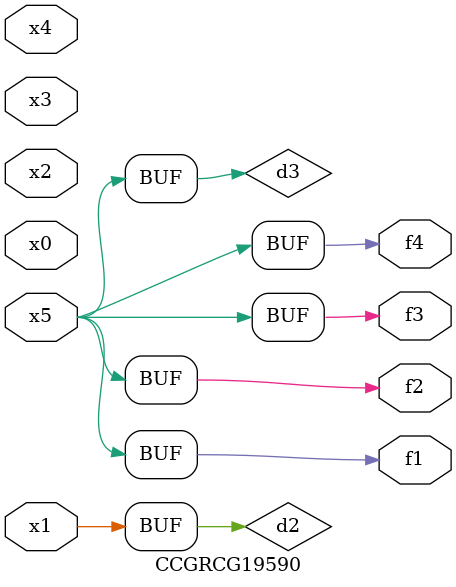
<source format=v>
module CCGRCG19590(
	input x0, x1, x2, x3, x4, x5,
	output f1, f2, f3, f4
);

	wire d1, d2, d3;

	not (d1, x5);
	or (d2, x1);
	xnor (d3, d1);
	assign f1 = d3;
	assign f2 = d3;
	assign f3 = d3;
	assign f4 = d3;
endmodule

</source>
